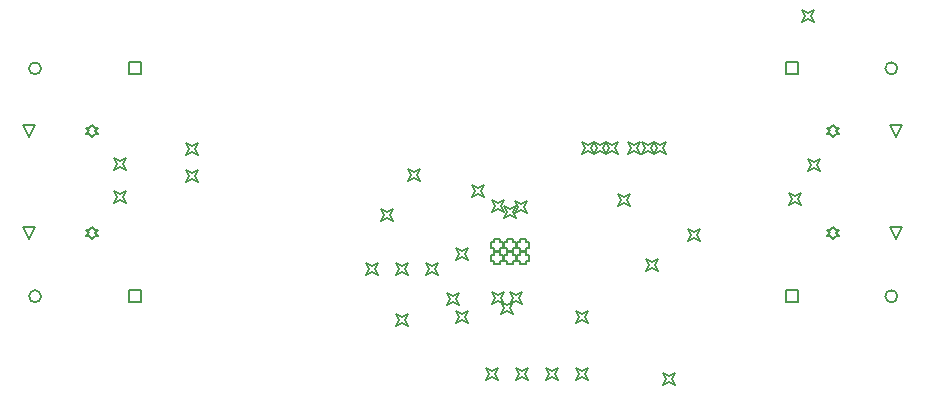
<source format=gbr>
%TF.GenerationSoftware,Altium Limited,CircuitMaker,2.0.2 (2.0.2.40)*%
G04 Layer_Color=2752767*
%FSLAX25Y25*%
%MOIN*%
%TF.SameCoordinates,4CCF3E00-E941-4990-BDAE-273065C54DFB*%
%TF.FilePolarity,Positive*%
%TF.FileFunction,Drawing*%
%TF.Part,Single*%
G01*
G75*
%TA.AperFunction,NonConductor*%
%ADD80C,0.00500*%
%ADD90C,0.00667*%
D80*
X141512Y139008D02*
Y143008D01*
X145512D01*
Y139008D01*
X141512D01*
Y214992D02*
Y218992D01*
X145512D01*
Y214992D01*
X141512D01*
X360488Y139008D02*
Y143008D01*
X364488D01*
Y139008D01*
X360488D01*
Y214992D02*
Y218992D01*
X364488D01*
Y214992D01*
X360488D01*
X397299Y194008D02*
X395299Y198008D01*
X399299D01*
X397299Y194008D01*
Y159992D02*
X395299Y163992D01*
X399299D01*
X397299Y159992D01*
X376197Y194008D02*
X377197Y195008D01*
X378197D01*
X377197Y196008D01*
X378197Y197008D01*
X377197D01*
X376197Y198008D01*
X375197Y197008D01*
X374197D01*
X375197Y196008D01*
X374197Y195008D01*
X375197D01*
X376197Y194008D01*
Y159992D02*
X377197Y160992D01*
X378197D01*
X377197Y161992D01*
X378197Y162992D01*
X377197D01*
X376197Y163992D01*
X375197Y162992D01*
X374197D01*
X375197Y161992D01*
X374197Y160992D01*
X375197D01*
X376197Y159992D01*
X108201Y159992D02*
X106201Y163992D01*
X110201D01*
X108201Y159992D01*
Y194008D02*
X106201Y198008D01*
X110201D01*
X108201Y194008D01*
X129303Y159992D02*
X130303Y160992D01*
X131303D01*
X130303Y161992D01*
X131303Y162992D01*
X130303D01*
X129303Y163992D01*
X128303Y162992D01*
X127303D01*
X128303Y161992D01*
X127303Y160992D01*
X128303D01*
X129303Y159992D01*
Y194008D02*
X130303Y195008D01*
X131303D01*
X130303Y196008D01*
X131303Y197008D01*
X130303D01*
X129303Y198008D01*
X128303Y197008D01*
X127303D01*
X128303Y196008D01*
X127303Y195008D01*
X128303D01*
X129303Y194008D01*
X225500Y166000D02*
X226500Y168000D01*
X225500Y170000D01*
X227500Y169000D01*
X229500Y170000D01*
X228500Y168000D01*
X229500Y166000D01*
X227500Y167000D01*
X225500Y166000D01*
X270437Y168937D02*
X271437Y170937D01*
X270437Y172937D01*
X272437Y171937D01*
X274437Y172937D01*
X273437Y170937D01*
X274437Y168937D01*
X272437Y169937D01*
X270437Y168937D01*
X262563Y169000D02*
X263563Y171000D01*
X262563Y173000D01*
X264563Y172000D01*
X266563Y173000D01*
X265563Y171000D01*
X266563Y169000D01*
X264563Y170000D01*
X262563Y169000D01*
X266500Y167000D02*
X267500Y169000D01*
X266500Y171000D01*
X268500Y170000D01*
X270500Y171000D01*
X269500Y169000D01*
X270500Y167000D01*
X268500Y168000D01*
X266500Y167000D01*
X256000Y174000D02*
X257000Y176000D01*
X256000Y178000D01*
X258000Y177000D01*
X260000Y178000D01*
X259000Y176000D01*
X260000Y174000D01*
X258000Y175000D01*
X256000Y174000D01*
X230500Y131000D02*
X231500Y133000D01*
X230500Y135000D01*
X232500Y134000D01*
X234500Y135000D01*
X233500Y133000D01*
X234500Y131000D01*
X232500Y132000D01*
X230500Y131000D01*
X247500Y138000D02*
X248500Y140000D01*
X247500Y142000D01*
X249500Y141000D01*
X251500Y142000D01*
X250500Y140000D01*
X251500Y138000D01*
X249500Y139000D01*
X247500Y138000D01*
X270500Y113000D02*
X271500Y115000D01*
X270500Y117000D01*
X272500Y116000D01*
X274500Y117000D01*
X273500Y115000D01*
X274500Y113000D01*
X272500Y114000D01*
X270500Y113000D01*
X265500Y135000D02*
X266500Y137000D01*
X265500Y139000D01*
X267500Y138000D01*
X269500Y139000D01*
X268500Y137000D01*
X269500Y135000D01*
X267500Y136000D01*
X265500Y135000D01*
X280500Y113000D02*
X281500Y115000D01*
X280500Y117000D01*
X282500Y116000D01*
X284500Y117000D01*
X283500Y115000D01*
X284500Y113000D01*
X282500Y114000D01*
X280500Y113000D01*
X250500Y132000D02*
X251500Y134000D01*
X250500Y136000D01*
X252500Y135000D01*
X254500Y136000D01*
X253500Y134000D01*
X254500Y132000D01*
X252500Y133000D01*
X250500Y132000D01*
Y153000D02*
X251500Y155000D01*
X250500Y157000D01*
X252500Y156000D01*
X254500Y157000D01*
X253500Y155000D01*
X254500Y153000D01*
X252500Y154000D01*
X250500Y153000D01*
X240500Y148000D02*
X241500Y150000D01*
X240500Y152000D01*
X242500Y151000D01*
X244500Y152000D01*
X243500Y150000D01*
X244500Y148000D01*
X242500Y149000D01*
X240500Y148000D01*
X230500D02*
X231500Y150000D01*
X230500Y152000D01*
X232500Y151000D01*
X234500Y152000D01*
X233500Y150000D01*
X234500Y148000D01*
X232500Y149000D01*
X230500Y148000D01*
X220500D02*
X221500Y150000D01*
X220500Y152000D01*
X222500Y151000D01*
X224500Y152000D01*
X223500Y150000D01*
X224500Y148000D01*
X222500Y149000D01*
X220500Y148000D01*
X271831Y157000D02*
Y156000D01*
X273831D01*
Y157000D01*
X274831D01*
Y159000D01*
X273831D01*
Y160000D01*
X271831D01*
Y159000D01*
X270831D01*
Y157000D01*
X271831D01*
Y152669D02*
Y151669D01*
X273831D01*
Y152669D01*
X274831D01*
Y154669D01*
X273831D01*
Y155669D01*
X271831D01*
Y154669D01*
X270831D01*
Y152669D01*
X271831D01*
X267500Y157000D02*
Y156000D01*
X269500D01*
Y157000D01*
X270500D01*
Y159000D01*
X269500D01*
Y160000D01*
X267500D01*
Y159000D01*
X266500D01*
Y157000D01*
X267500D01*
Y152669D02*
Y151669D01*
X269500D01*
Y152669D01*
X270500D01*
Y154669D01*
X269500D01*
Y155669D01*
X267500D01*
Y154669D01*
X266500D01*
Y152669D01*
X267500D01*
X263169Y157000D02*
Y156000D01*
X265169D01*
Y157000D01*
X266169D01*
Y159000D01*
X265169D01*
Y160000D01*
X263169D01*
Y159000D01*
X262169D01*
Y157000D01*
X263169D01*
Y152669D02*
Y151669D01*
X265169D01*
Y152669D01*
X266169D01*
Y154669D01*
X265169D01*
Y155669D01*
X263169D01*
Y154669D01*
X262169D01*
Y152669D01*
X263169D01*
X262500Y138335D02*
X263500Y140335D01*
X262500Y142335D01*
X264500Y141335D01*
X266500Y142335D01*
X265500Y140335D01*
X266500Y138335D01*
X264500Y139335D01*
X262500Y138335D01*
X268500D02*
X269500Y140335D01*
X268500Y142335D01*
X270500Y141335D01*
X272500Y142335D01*
X271500Y140335D01*
X272500Y138335D01*
X270500Y139335D01*
X268500Y138335D01*
X260500Y113000D02*
X261500Y115000D01*
X260500Y117000D01*
X262500Y116000D01*
X264500Y117000D01*
X263500Y115000D01*
X264500Y113000D01*
X262500Y114000D01*
X260500Y113000D01*
X327831Y159331D02*
X328831Y161331D01*
X327831Y163331D01*
X329831Y162331D01*
X331831Y163331D01*
X330831Y161331D01*
X331831Y159331D01*
X329831Y160331D01*
X327831Y159331D01*
X292500Y188500D02*
X293500Y190500D01*
X292500Y192500D01*
X294500Y191500D01*
X296500Y192500D01*
X295500Y190500D01*
X296500Y188500D01*
X294500Y189500D01*
X292500Y188500D01*
X300500D02*
X301500Y190500D01*
X300500Y192500D01*
X302500Y191500D01*
X304500Y192500D01*
X303500Y190500D01*
X304500Y188500D01*
X302500Y189500D01*
X300500Y188500D01*
X296500D02*
X297500Y190500D01*
X296500Y192500D01*
X298500Y191500D01*
X300500Y192500D01*
X299500Y190500D01*
X300500Y188500D01*
X298500Y189500D01*
X296500Y188500D01*
X316500D02*
X317500Y190500D01*
X316500Y192500D01*
X318500Y191500D01*
X320500Y192500D01*
X319500Y190500D01*
X320500Y188500D01*
X318500Y189500D01*
X316500Y188500D01*
X312500D02*
X313500Y190500D01*
X312500Y192500D01*
X314500Y191500D01*
X316500Y192500D01*
X315500Y190500D01*
X316500Y188500D01*
X314500Y189500D01*
X312500Y188500D01*
X308000D02*
X309000Y190500D01*
X308000Y192500D01*
X310000Y191500D01*
X312000Y192500D01*
X311000Y190500D01*
X312000Y188500D01*
X310000Y189500D01*
X308000Y188500D01*
X314000Y149500D02*
X315000Y151500D01*
X314000Y153500D01*
X316000Y152500D01*
X318000Y153500D01*
X317000Y151500D01*
X318000Y149500D01*
X316000Y150500D01*
X314000Y149500D01*
X304500Y171000D02*
X305500Y173000D01*
X304500Y175000D01*
X306500Y174000D01*
X308500Y175000D01*
X307500Y173000D01*
X308500Y171000D01*
X306500Y172000D01*
X304500Y171000D01*
X290500Y132000D02*
X291500Y134000D01*
X290500Y136000D01*
X292500Y135000D01*
X294500Y136000D01*
X293500Y134000D01*
X294500Y132000D01*
X292500Y133000D01*
X290500Y132000D01*
Y113000D02*
X291500Y115000D01*
X290500Y117000D01*
X292500Y116000D01*
X294500Y117000D01*
X293500Y115000D01*
X294500Y113000D01*
X292500Y114000D01*
X290500Y113000D01*
X319500Y111500D02*
X320500Y113500D01*
X319500Y115500D01*
X321500Y114500D01*
X323500Y115500D01*
X322500Y113500D01*
X323500Y111500D01*
X321500Y112500D01*
X319500Y111500D01*
X234500Y179500D02*
X235500Y181500D01*
X234500Y183500D01*
X236500Y182500D01*
X238500Y183500D01*
X237500Y181500D01*
X238500Y179500D01*
X236500Y180500D01*
X234500Y179500D01*
X366000Y232500D02*
X367000Y234500D01*
X366000Y236500D01*
X368000Y235500D01*
X370000Y236500D01*
X369000Y234500D01*
X370000Y232500D01*
X368000Y233500D01*
X366000Y232500D01*
X368094Y182905D02*
X369094Y184906D01*
X368094Y186906D01*
X370094Y185906D01*
X372094Y186906D01*
X371094Y184906D01*
X372094Y182905D01*
X370094Y183905D01*
X368094Y182905D01*
X361610Y171390D02*
X362610Y173390D01*
X361610Y175390D01*
X363610Y174390D01*
X365610Y175390D01*
X364610Y173390D01*
X365610Y171390D01*
X363610Y172390D01*
X361610Y171390D01*
X160500Y179000D02*
X161500Y181000D01*
X160500Y183000D01*
X162500Y182000D01*
X164500Y183000D01*
X163500Y181000D01*
X164500Y179000D01*
X162500Y180000D01*
X160500Y179000D01*
Y188000D02*
X161500Y190000D01*
X160500Y192000D01*
X162500Y191000D01*
X164500Y192000D01*
X163500Y190000D01*
X164500Y188000D01*
X162500Y189000D01*
X160500Y188000D01*
X136500Y172000D02*
X137500Y174000D01*
X136500Y176000D01*
X138500Y175000D01*
X140500Y176000D01*
X139500Y174000D01*
X140500Y172000D01*
X138500Y173000D01*
X136500Y172000D01*
Y183000D02*
X137500Y185000D01*
X136500Y187000D01*
X138500Y186000D01*
X140500Y187000D01*
X139500Y185000D01*
X140500Y183000D01*
X138500Y184000D01*
X136500Y183000D01*
D90*
X397716Y141008D02*
G03*
X397716Y141008I-2000J0D01*
G01*
X112284D02*
G03*
X112284Y141008I-2000J0D01*
G01*
Y216992D02*
G03*
X112284Y216992I-2000J0D01*
G01*
X397716D02*
G03*
X397716Y216992I-2000J0D01*
G01*
%TF.MD5,df377cb1eb8d85362860dd322c3311b4*%
M02*

</source>
